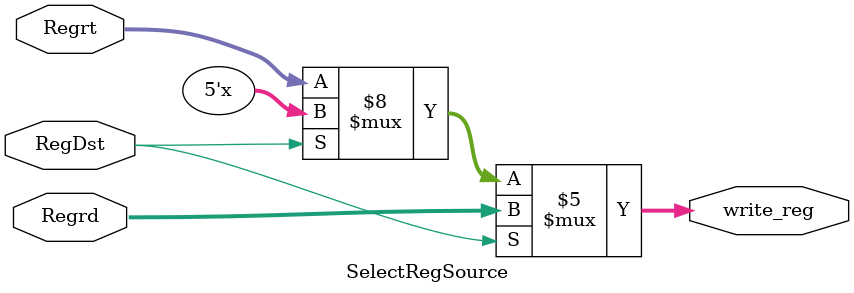
<source format=v>
module SelectRegSource(write_reg,Regrt,Regrd,RegDst);
                            // this module selects the register to be written
output [4:0] write_reg;

input [4:0] Regrt,Regrd;
input RegDst;

reg [4:0] write_reg;

always @(*)begin
	if(RegDst ==1'b0)begin
		write_reg =Regrt;
	end
	if(RegDst ==1'b1)begin
		write_reg =Regrd;
	end
end

endmodule

</source>
